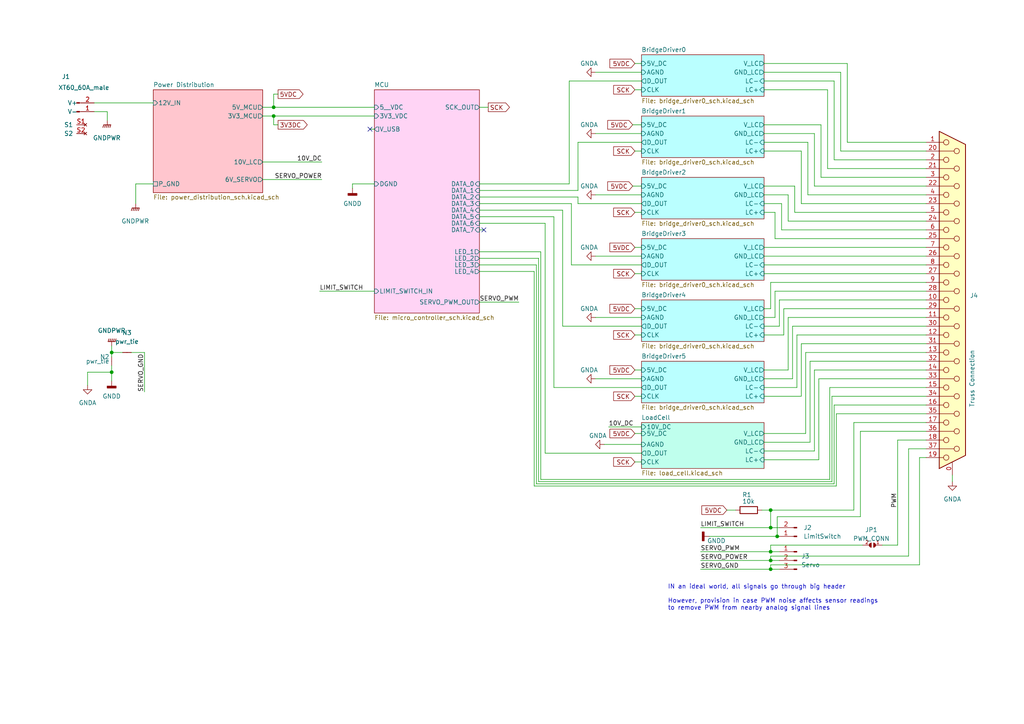
<source format=kicad_sch>
(kicad_sch (version 20211123) (generator eeschema)
  (paper "A4")
  (lib_symbols
    (symbol "000_Connectors_Immo:2pin_molex_2.54mm_male" (pin_names (offset 1.016) hide)
      (property "Reference" "J" (at 0 2.54 0))
      (property "Value" "2pin_molex_2.54mm_male" (at 0 -5.08 0))
      (symbol "2pin_molex_2.54mm_male_1_1"
        (polyline (pts (xy 1.27 -2.54) (xy 0.8636 -2.54)) (stroke (width 0.1524)))
        (polyline (pts (xy 1.27 0) (xy 0.8636 0)) (stroke (width 0.1524)))
        (rectangle (start 0.8636 -2.413) (end 0 -2.667) (stroke (width 0.1524)) (fill (type outline)))
        (rectangle (start 0.8636 0.127) (end 0 -0.127) (stroke (width 0.1524)) (fill (type outline)))
        (pin passive line (at 5.08 0 180) (length 3.81) (name "Pin_1") (number "1"))
        (pin passive line (at 5.08 -2.54 180) (length 3.81) (name "Pin_2") (number "2"))
      )
    )
    (symbol "000_Connectors_Immo:Jumper_2_Open_small" (pin_names (offset 0) hide)
      (property "Reference" "JP" (at 0 2.794 0))
      (property "Value" "Jumper_2_Open_small" (at 0 -3.175 0))
      (symbol "Jumper_2_Open_small_0_1"
        (arc (start -0.635 0.635) (mid -1.2659 0.0056) (end -0.6463 -0.635) (fill (type outline)))
        (polyline (pts (xy -0.635 0.635) (xy -0.635 -0.635)))
        (polyline (pts (xy 0 0.635) (xy 0 -0.635)))
        (arc (start 0.0042 -0.6351) (mid 0.6351 -0.0057) (end 0.0155 0.6349) (fill (type outline)))
      )
      (symbol "Jumper_2_Open_small_1_1"
        (pin passive line (at -3.175 0 0) (length 2.54) (name "A") (number "1"))
        (pin passive line (at 2.54 0 180) (length 2.54) (name "B") (number "2"))
      )
    )
    (symbol "000_Connectors_Immo:XT60_60A_male" (pin_names (offset 1.016))
      (property "Reference" "J?" (at -0.635 6.985 0))
      (property "Value" "XT60_60A_male" (at 10.795 3.81 0))
      (symbol "XT60_60A_male_1_1"
        (rectangle (start 0 -1.778) (end 0.8636 -2.032) (stroke (width 0.1524)) (fill (type outline)))
        (polyline (pts (xy 1.27 -1.905) (xy 0.8636 -1.905)) (stroke (width 0.1524)))
        (polyline (pts (xy 1.27 0.635) (xy 0.8636 0.635)) (stroke (width 0.1524)))
        (rectangle (start 0 0.762) (end 0.8636 0.508) (stroke (width 0.1524)) (fill (type outline)))
        (pin passive line (at 5.08 -1.905 180) (length 3.81) (name "V-") (number "1"))
        (pin passive line (at 5.08 0.635 180) (length 3.81) (name "V+") (number "2"))
        (pin no_connect line (at 2.54 -5.715 180) (length 2.54) (name "S1") (number "S1"))
        (pin no_connect line (at 2.54 -8.255 180) (length 2.54) (name "S2") (number "S2"))
      )
    )
    (symbol "000_Resistors_Immo:Resistor_0805" (pin_numbers hide) (pin_names (offset 0))
      (property "Reference" "R?" (at -2.54 3.81 0))
      (property "Value" "Resistor_0805" (at -5.08 2.54 0))
      (symbol "Resistor_0805_0_1"
        (rectangle (start 2.54 -1.016) (end -2.54 1.016) (stroke (width 0.254)))
      )
      (symbol "Resistor_0805_1_1"
        (pin passive line (at -3.81 0 0) (length 1.27) (name "~") (number "1"))
        (pin passive line (at 3.81 0 180) (length 1.27) (name "~") (number "2"))
      )
    )
    (symbol "000_Utility_Immo:pwr_tie" (pin_numbers hide) (pin_names (offset 0) hide) (in_bom no)
      (property "Reference" "N" (at 0 5.08 0))
      (property "Value" "pwr_tie" (at 0 2.794 0))
      (symbol "pwr_tie_1_1"
        (pin passive line (at -1.27 0 0) (length 1.27) (name "A") (number "1"))
        (pin passive line (at 1.27 0 180) (length 1.27) (name "C") (number "2"))
      )
    )
    (symbol "Connector:Conn_01x03_Male" (pin_names (offset 1.016) hide)
      (property "Reference" "J" (at 0 5.08 0))
      (property "Value" "Conn_01x03_Male" (at 2.54 -4.191 0))
      (symbol "Conn_01x03_Male_1_1"
        (polyline (pts (xy 1.27 -2.54) (xy 0.8636 -2.54)) (stroke (width 0.1524)))
        (polyline (pts (xy 1.27 0) (xy 0.8636 0)) (stroke (width 0.1524)))
        (polyline (pts (xy 1.27 2.54) (xy 0.8636 2.54)) (stroke (width 0.1524)))
        (rectangle (start 0.8636 -2.413) (end 0 -2.667) (stroke (width 0.1524)) (fill (type outline)))
        (rectangle (start 0.8636 0.127) (end 0 -0.127) (stroke (width 0.1524)) (fill (type outline)))
        (rectangle (start 0.8636 2.667) (end 0 2.413) (stroke (width 0.1524)) (fill (type outline)))
        (pin passive line (at 5.08 2.54 180) (length 3.81) (name "Pin_1") (number "1"))
        (pin passive line (at 5.08 0 180) (length 3.81) (name "Pin_2") (number "2"))
        (pin passive line (at 5.08 -2.54 180) (length 3.81) (name "Pin_3") (number "3"))
      )
    )
    (symbol "Connector:DB37_Female_MountingHoles" (pin_names (offset 1.016) hide)
      (property "Reference" "J" (at 0 52.07 0))
      (property "Value" "DB37_Female_MountingHoles" (at 0 50.165 0))
      (symbol "DB37_Female_MountingHoles_0_1"
        (circle (center -1.778 -45.72) (radius 0.762))
        (circle (center -1.778 -40.64) (radius 0.762))
        (circle (center -1.778 -35.56) (radius 0.762))
        (circle (center -1.778 -30.48) (radius 0.762))
        (circle (center -1.778 -25.4) (radius 0.762))
        (circle (center -1.778 -20.32) (radius 0.762))
        (circle (center -1.778 -15.24) (radius 0.762))
        (circle (center -1.778 -10.16) (radius 0.762))
        (circle (center -1.778 -5.08) (radius 0.762))
        (circle (center -1.778 0) (radius 0.762))
        (circle (center -1.778 5.08) (radius 0.762))
        (circle (center -1.778 10.16) (radius 0.762))
        (circle (center -1.778 15.24) (radius 0.762))
        (circle (center -1.778 20.32) (radius 0.762))
        (circle (center -1.778 25.4) (radius 0.762))
        (circle (center -1.778 30.48) (radius 0.762))
        (circle (center -1.778 35.56) (radius 0.762))
        (circle (center -1.778 40.64) (radius 0.762))
        (circle (center -1.778 45.72) (radius 0.762))
        (polyline (pts (xy -3.81 -45.72) (xy -2.54 -45.72)))
        (polyline (pts (xy -3.81 -43.18) (xy 0.508 -43.18)))
        (polyline (pts (xy -3.81 -40.64) (xy -2.54 -40.64)))
        (polyline (pts (xy -3.81 -38.1) (xy 0.508 -38.1)))
        (polyline (pts (xy -3.81 -35.56) (xy -2.54 -35.56)))
        (polyline (pts (xy -3.81 -33.02) (xy 0.508 -33.02)))
        (polyline (pts (xy -3.81 -30.48) (xy -2.54 -30.48)))
        (polyline (pts (xy -3.81 -27.94) (xy 0.508 -27.94)))
        (polyline (pts (xy -3.81 -25.4) (xy -2.54 -25.4)))
        (polyline (pts (xy -3.81 -22.86) (xy 0.508 -22.86)))
        (polyline (pts (xy -3.81 -20.32) (xy -2.54 -20.32)))
        (polyline (pts (xy -3.81 -17.78) (xy 0.508 -17.78)))
        (polyline (pts (xy -3.81 -15.24) (xy -2.54 -15.24)))
        (polyline (pts (xy -3.81 -12.7) (xy 0.508 -12.7)))
        (polyline (pts (xy -3.81 -10.16) (xy -2.54 -10.16)))
        (polyline (pts (xy -3.81 -7.62) (xy 0.508 -7.62)))
        (polyline (pts (xy -3.81 -5.08) (xy -2.54 -5.08)))
        (polyline (pts (xy -3.81 -2.54) (xy 0.508 -2.54)))
        (polyline (pts (xy -3.81 0) (xy -2.54 0)))
        (polyline (pts (xy -3.81 2.54) (xy 0.508 2.54)))
        (polyline (pts (xy -3.81 5.08) (xy -2.54 5.08)))
        (polyline (pts (xy -3.81 7.62) (xy 0.508 7.62)))
        (polyline (pts (xy -3.81 10.16) (xy -2.54 10.16)))
        (polyline (pts (xy -3.81 12.7) (xy 0.508 12.7)))
        (polyline (pts (xy -3.81 15.24) (xy -2.54 15.24)))
        (polyline (pts (xy -3.81 17.78) (xy 0.508 17.78)))
        (polyline (pts (xy -3.81 20.32) (xy -2.54 20.32)))
        (polyline (pts (xy -3.81 22.86) (xy 0.508 22.86)))
        (polyline (pts (xy -3.81 25.4) (xy -2.54 25.4)))
        (polyline (pts (xy -3.81 27.94) (xy 0.508 27.94)))
        (polyline (pts (xy -3.81 30.48) (xy -2.54 30.48)))
        (polyline (pts (xy -3.81 33.02) (xy 0.508 33.02)))
        (polyline (pts (xy -3.81 35.56) (xy -2.54 35.56)))
        (polyline (pts (xy -3.81 38.1) (xy 0.508 38.1)))
        (polyline (pts (xy -3.81 40.64) (xy -2.54 40.64)))
        (polyline (pts (xy -3.81 43.18) (xy 0.508 43.18)))
        (polyline (pts (xy -3.81 45.72) (xy -2.54 45.72)))
        (polyline (pts (xy -3.81 -48.895) (xy 3.81 -45.085) (xy 3.81 45.085) (xy -3.81 48.895) (xy -3.81 -48.895)) (stroke (width 0.254)) (fill (type background)))
        (circle (center 1.27 -43.18) (radius 0.762))
        (circle (center 1.27 -38.1) (radius 0.762))
        (circle (center 1.27 -33.02) (radius 0.762))
        (circle (center 1.27 -27.94) (radius 0.762))
        (circle (center 1.27 -22.86) (radius 0.762))
        (circle (center 1.27 -17.78) (radius 0.762))
        (circle (center 1.27 -12.7) (radius 0.762))
        (circle (center 1.27 -7.62) (radius 0.762))
        (circle (center 1.27 -2.54) (radius 0.762))
        (circle (center 1.27 2.54) (radius 0.762))
        (circle (center 1.27 7.62) (radius 0.762))
        (circle (center 1.27 12.7) (radius 0.762))
        (circle (center 1.27 17.78) (radius 0.762))
        (circle (center 1.27 22.86) (radius 0.762))
        (circle (center 1.27 27.94) (radius 0.762))
        (circle (center 1.27 33.02) (radius 0.762))
        (circle (center 1.27 38.1) (radius 0.762))
        (circle (center 1.27 43.18) (radius 0.762))
      )
      (symbol "DB37_Female_MountingHoles_1_1"
        (pin passive line (at 0 -50.8 90) (length 3.81) (name "PAD") (number "0"))
        (pin passive line (at -7.62 45.72 0) (length 3.81) (name "1") (number "1"))
        (pin passive line (at -7.62 0 0) (length 3.81) (name "10") (number "10"))
        (pin passive line (at -7.62 -5.08 0) (length 3.81) (name "11") (number "11"))
        (pin passive line (at -7.62 -10.16 0) (length 3.81) (name "12") (number "12"))
        (pin passive line (at -7.62 -15.24 0) (length 3.81) (name "13") (number "13"))
        (pin passive line (at -7.62 -20.32 0) (length 3.81) (name "14") (number "14"))
        (pin passive line (at -7.62 -25.4 0) (length 3.81) (name "15") (number "15"))
        (pin passive line (at -7.62 -30.48 0) (length 3.81) (name "16") (number "16"))
        (pin passive line (at -7.62 -35.56 0) (length 3.81) (name "17") (number "17"))
        (pin passive line (at -7.62 -40.64 0) (length 3.81) (name "18") (number "18"))
        (pin passive line (at -7.62 -45.72 0) (length 3.81) (name "19") (number "19"))
        (pin passive line (at -7.62 40.64 0) (length 3.81) (name "2") (number "2"))
        (pin passive line (at -7.62 43.18 0) (length 3.81) (name "20") (number "20"))
        (pin passive line (at -7.62 38.1 0) (length 3.81) (name "21") (number "21"))
        (pin passive line (at -7.62 33.02 0) (length 3.81) (name "22") (number "22"))
        (pin passive line (at -7.62 27.94 0) (length 3.81) (name "23") (number "23"))
        (pin passive line (at -7.62 22.86 0) (length 3.81) (name "24") (number "24"))
        (pin passive line (at -7.62 17.78 0) (length 3.81) (name "25") (number "25"))
        (pin passive line (at -7.62 12.7 0) (length 3.81) (name "26") (number "26"))
        (pin passive line (at -7.62 7.62 0) (length 3.81) (name "27") (number "27"))
        (pin passive line (at -7.62 2.54 0) (length 3.81) (name "28") (number "28"))
        (pin passive line (at -7.62 -2.54 0) (length 3.81) (name "29") (number "29"))
        (pin passive line (at -7.62 35.56 0) (length 3.81) (name "3") (number "3"))
        (pin passive line (at -7.62 -7.62 0) (length 3.81) (name "30") (number "30"))
        (pin passive line (at -7.62 -12.7 0) (length 3.81) (name "31") (number "31"))
        (pin passive line (at -7.62 -17.78 0) (length 3.81) (name "32") (number "32"))
        (pin passive line (at -7.62 -22.86 0) (length 3.81) (name "33") (number "33"))
        (pin passive line (at -7.62 -27.94 0) (length 3.81) (name "34") (number "34"))
        (pin passive line (at -7.62 -33.02 0) (length 3.81) (name "35") (number "35"))
        (pin passive line (at -7.62 -38.1 0) (length 3.81) (name "36") (number "36"))
        (pin passive line (at -7.62 -43.18 0) (length 3.81) (name "37") (number "37"))
        (pin passive line (at -7.62 30.48 0) (length 3.81) (name "4") (number "4"))
        (pin passive line (at -7.62 25.4 0) (length 3.81) (name "5") (number "5"))
        (pin passive line (at -7.62 20.32 0) (length 3.81) (name "6") (number "6"))
        (pin passive line (at -7.62 15.24 0) (length 3.81) (name "7") (number "7"))
        (pin passive line (at -7.62 10.16 0) (length 3.81) (name "8") (number "8"))
        (pin passive line (at -7.62 5.08 0) (length 3.81) (name "9") (number "9"))
      )
    )
    (symbol "power:GNDA" (power) (pin_names (offset 0))
      (property "Value" "GNDA" (at 0 -3.81 0))
      (symbol "GNDA_0_1"
        (polyline (pts (xy 0 0) (xy 0 -1.27) (xy 1.27 -1.27) (xy 0 -2.54) (xy -1.27 -1.27) (xy 0 -1.27)))
      )
      (symbol "GNDA_1_1"
        (pin power_in line (at 0 0 270) (length 0) hide (name "GNDA") (number "1"))
      )
    )
    (symbol "power:GNDD" (power) (pin_names (offset 0))
      (property "Value" "GNDD" (at 0 -3.175 0))
      (symbol "GNDD_0_1"
        (rectangle (start -1.27 -1.524) (end 1.27 -2.032) (stroke (width 0.254)) (fill (type outline)))
        (polyline (pts (xy 0 0) (xy 0 -1.524)))
      )
      (symbol "GNDD_1_1"
        (pin power_in line (at 0 0 270) (length 0) hide (name "GNDD") (number "1"))
      )
    )
    (symbol "power:GNDPWR" (power) (pin_names (offset 0))
      (property "Value" "GNDPWR" (at 0 -3.302 0))
      (symbol "GNDPWR_0_1"
        (polyline (pts (xy 0 -1.27) (xy 0 0)))
        (polyline (pts (xy -1.016 -1.27) (xy -1.27 -2.032) (xy -1.27 -2.032)) (stroke (width 0.2032)))
        (polyline (pts (xy -0.508 -1.27) (xy -0.762 -2.032) (xy -0.762 -2.032)) (stroke (width 0.2032)))
        (polyline (pts (xy 0 -1.27) (xy -0.254 -2.032) (xy -0.254 -2.032)) (stroke (width 0.2032)))
        (polyline (pts (xy 0.508 -1.27) (xy 0.254 -2.032) (xy 0.254 -2.032)) (stroke (width 0.2032)))
        (polyline (pts (xy 1.016 -1.27) (xy -1.016 -1.27) (xy -1.016 -1.27)) (stroke (width 0.2032)))
        (polyline (pts (xy 1.016 -1.27) (xy 0.762 -2.032) (xy 0.762 -2.032) (xy 0.762 -2.032)) (stroke (width 0.2032)))
      )
      (symbol "GNDPWR_1_1"
        (pin power_in line (at 0 0 270) (length 0) hide (name "GNDPWR") (number "1"))
      )
    )
  )
  (junction (at 223.52 153.035))
  (junction (at 32.385 107.95))
  (junction (at 223.52 165.1))
  (junction (at 79.375 33.655))
  (junction (at 223.52 147.955))
  (junction (at 79.375 31.115))
  (junction (at 32.385 102.235))
  (junction (at 225.425 155.575))
  (junction (at 223.52 160.02))
  (junction (at 223.52 162.56))
  (no_connect (at 140.335 66.675))
  (no_connect (at 107.315 37.465))
  (wire (pts (xy 221.615 89.535) (xy 223.52 89.535)))
  (wire (pts (xy 225.425 155.575) (xy 226.06 155.575)))
  (wire (pts (xy 102.235 54.61) (xy 102.235 53.34)))
  (wire (pts (xy 158.115 131.445) (xy 158.115 64.77)))
  (wire (pts (xy 221.615 76.835) (xy 268.605 76.835)))
  (wire (pts (xy 184.15 18.415) (xy 186.055 18.415)))
  (wire (pts (xy 80.645 27.305) (xy 79.375 27.305)))
  (wire (pts (xy 221.615 79.375) (xy 268.605 79.375)))
  (wire (pts (xy 203.2 153.035) (xy 223.52 153.035)))
  (wire (pts (xy 238.125 36.195) (xy 238.125 51.435)))
  (wire (pts (xy 232.41 59.055) (xy 268.605 59.055)))
  (wire (pts (xy 247.65 122.555) (xy 268.605 122.555)))
  (wire (pts (xy 234.95 128.27) (xy 234.95 104.775)))
  (wire (pts (xy 221.615 112.395) (xy 231.14 112.395)))
  (wire (pts (xy 31.115 32.385) (xy 27.305 32.385)))
  (wire (pts (xy 241.3 114.935) (xy 268.605 114.935)))
  (wire (pts (xy 155.575 140.335) (xy 241.935 140.335)))
  (wire (pts (xy 139.065 78.74) (xy 154.94 78.74)))
  (wire (pts (xy 223.52 153.035) (xy 226.06 153.035)))
  (wire (pts (xy 221.615 36.195) (xy 238.125 36.195)))
  (wire (pts (xy 229.87 94.615) (xy 268.605 94.615)))
  (wire (pts (xy 27.305 29.845) (xy 44.45 29.845)))
  (wire (pts (xy 224.79 69.215) (xy 268.605 69.215)))
  (wire (pts (xy 241.3 139.7) (xy 241.3 114.935)))
  (wire (pts (xy 184.15 125.73) (xy 186.055 125.73)))
  (wire (pts (xy 223.52 162.56) (xy 226.06 162.56)))
  (wire (pts (xy 276.225 137.795) (xy 276.225 139.7)))
  (wire (pts (xy 172.72 56.515) (xy 186.055 56.515)))
  (wire (pts (xy 231.14 97.155) (xy 268.605 97.155)))
  (wire (pts (xy 184.15 107.315) (xy 186.055 107.315)))
  (wire (pts (xy 243.84 43.815) (xy 268.605 43.815)))
  (wire (pts (xy 249.555 149.86) (xy 249.555 125.095)))
  (wire (pts (xy 241.935 46.355) (xy 268.605 46.355)))
  (wire (pts (xy 184.15 97.155) (xy 186.055 97.155)))
  (wire (pts (xy 221.615 97.155) (xy 227.33 97.155)))
  (wire (pts (xy 221.615 128.27) (xy 234.95 128.27)))
  (wire (pts (xy 223.52 160.02) (xy 226.06 160.02)))
  (wire (pts (xy 221.615 109.855) (xy 229.87 109.855)))
  (wire (pts (xy 184.15 89.535) (xy 186.055 89.535)))
  (wire (pts (xy 203.2 165.1) (xy 223.52 165.1)))
  (wire (pts (xy 139.065 55.245) (xy 167.64 55.245)))
  (wire (pts (xy 238.125 51.435) (xy 268.605 51.435)))
  (wire (pts (xy 221.615 38.735) (xy 236.22 38.735)))
  (wire (pts (xy 184.15 26.035) (xy 186.055 26.035)))
  (wire (pts (xy 76.2 52.07) (xy 93.345 52.07)))
  (wire (pts (xy 156.845 73.025) (xy 156.845 139.065)))
  (wire (pts (xy 25.4 107.95) (xy 32.385 107.95)))
  (wire (pts (xy 160.655 112.395) (xy 160.655 62.865)))
  (wire (pts (xy 236.22 130.81) (xy 236.22 107.315)))
  (wire (pts (xy 221.615 130.81) (xy 236.22 130.81)))
  (wire (pts (xy 231.14 112.395) (xy 231.14 97.155)))
  (wire (pts (xy 80.645 36.195) (xy 79.375 36.195)))
  (wire (pts (xy 221.615 26.035) (xy 240.03 26.035)))
  (wire (pts (xy 226.695 66.675) (xy 268.605 66.675)))
  (wire (pts (xy 32.385 102.235) (xy 32.385 100.33)))
  (wire (pts (xy 245.745 18.415) (xy 245.745 41.275)))
  (wire (pts (xy 165.1 23.495) (xy 186.055 23.495)))
  (wire (pts (xy 184.15 43.815) (xy 186.055 43.815)))
  (wire (pts (xy 221.615 133.35) (xy 237.49 133.35)))
  (wire (pts (xy 39.37 53.34) (xy 44.45 53.34)))
  (wire (pts (xy 184.15 79.375) (xy 186.055 79.375)))
  (wire (pts (xy 225.425 149.86) (xy 249.555 149.86)))
  (wire (pts (xy 35.56 102.235) (xy 32.385 102.235)))
  (wire (pts (xy 221.615 61.595) (xy 224.79 61.595)))
  (wire (pts (xy 41.91 113.665) (xy 41.91 102.235)))
  (wire (pts (xy 176.53 123.825) (xy 186.055 123.825)))
  (wire (pts (xy 268.605 127.635) (xy 260.35 127.635)))
  (wire (pts (xy 76.2 46.99) (xy 93.345 46.99)))
  (wire (pts (xy 32.385 106.045) (xy 32.385 107.95)))
  (wire (pts (xy 107.315 37.465) (xy 108.585 37.465)))
  (wire (pts (xy 227.33 89.535) (xy 268.605 89.535)))
  (wire (pts (xy 76.2 31.115) (xy 79.375 31.115)))
  (wire (pts (xy 221.615 20.955) (xy 243.84 20.955)))
  (wire (pts (xy 139.065 53.34) (xy 165.1 53.34)))
  (wire (pts (xy 32.385 102.235) (xy 32.385 103.505)))
  (wire (pts (xy 184.15 114.935) (xy 186.055 114.935)))
  (wire (pts (xy 76.2 33.655) (xy 79.375 33.655)))
  (wire (pts (xy 225.425 155.575) (xy 225.425 149.86)))
  (wire (pts (xy 172.72 74.295) (xy 186.055 74.295)))
  (wire (pts (xy 221.615 94.615) (xy 226.06 94.615)))
  (wire (pts (xy 241.935 117.475) (xy 268.605 117.475)))
  (wire (pts (xy 223.52 161.29) (xy 263.525 161.29)))
  (wire (pts (xy 266.7 132.715) (xy 268.605 132.715)))
  (wire (pts (xy 203.2 160.02) (xy 223.52 160.02)))
  (wire (pts (xy 237.49 133.35) (xy 237.49 109.855)))
  (wire (pts (xy 263.525 130.175) (xy 268.605 130.175)))
  (wire (pts (xy 241.935 140.335) (xy 241.935 117.475)))
  (wire (pts (xy 139.065 31.115) (xy 141.605 31.115)))
  (wire (pts (xy 221.615 125.73) (xy 233.68 125.73)))
  (wire (pts (xy 139.065 74.93) (xy 156.21 74.93)))
  (wire (pts (xy 234.95 104.775) (xy 268.605 104.775)))
  (wire (pts (xy 165.735 59.055) (xy 165.735 76.835)))
  (wire (pts (xy 139.065 62.865) (xy 160.655 62.865)))
  (wire (pts (xy 228.6 64.135) (xy 268.605 64.135)))
  (wire (pts (xy 32.385 107.95) (xy 32.385 110.49)))
  (wire (pts (xy 220.98 147.955) (xy 223.52 147.955)))
  (wire (pts (xy 240.03 48.895) (xy 268.605 48.895)))
  (wire (pts (xy 102.235 53.34) (xy 108.585 53.34)))
  (wire (pts (xy 223.52 162.56) (xy 223.52 161.29)))
  (wire (pts (xy 139.065 73.025) (xy 156.845 73.025)))
  (wire (pts (xy 79.375 31.115) (xy 108.585 31.115)))
  (wire (pts (xy 184.15 71.755) (xy 186.055 71.755)))
  (wire (pts (xy 240.665 112.395) (xy 268.605 112.395)))
  (wire (pts (xy 221.615 53.975) (xy 230.505 53.975)))
  (wire (pts (xy 139.065 60.96) (xy 163.195 60.96)))
  (wire (pts (xy 228.6 56.515) (xy 228.6 64.135)))
  (wire (pts (xy 221.615 107.315) (xy 228.6 107.315)))
  (wire (pts (xy 232.41 114.935) (xy 232.41 99.695)))
  (wire (pts (xy 223.52 147.955) (xy 223.52 153.035)))
  (wire (pts (xy 165.1 53.34) (xy 165.1 23.495)))
  (wire (pts (xy 224.79 84.455) (xy 268.605 84.455)))
  (wire (pts (xy 236.22 53.975) (xy 268.605 53.975)))
  (wire (pts (xy 230.505 53.975) (xy 230.505 61.595)))
  (wire (pts (xy 242.57 120.015) (xy 268.605 120.015)))
  (wire (pts (xy 163.195 60.96) (xy 163.195 94.615)))
  (wire (pts (xy 221.615 71.755) (xy 268.605 71.755)))
  (wire (pts (xy 139.065 76.835) (xy 155.575 76.835)))
  (wire (pts (xy 223.52 158.115) (xy 223.52 160.02)))
  (wire (pts (xy 226.06 165.1) (xy 223.52 165.1)))
  (wire (pts (xy 41.91 102.235) (xy 38.1 102.235)))
  (wire (pts (xy 226.06 86.995) (xy 268.605 86.995)))
  (wire (pts (xy 154.94 140.97) (xy 242.57 140.97)))
  (wire (pts (xy 167.64 55.245) (xy 167.64 41.275)))
  (wire (pts (xy 210.82 147.955) (xy 213.36 147.955)))
  (wire (pts (xy 242.57 140.97) (xy 242.57 120.015)))
  (wire (pts (xy 186.055 112.395) (xy 160.655 112.395)))
  (wire (pts (xy 247.65 147.955) (xy 247.65 122.555)))
  (wire (pts (xy 154.94 78.74) (xy 154.94 140.97)))
  (wire (pts (xy 156.21 139.7) (xy 241.3 139.7)))
  (wire (pts (xy 260.35 127.635) (xy 260.35 158.115)))
  (wire (pts (xy 232.41 43.815) (xy 232.41 59.055)))
  (wire (pts (xy 237.49 109.855) (xy 268.605 109.855)))
  (wire (pts (xy 140.335 66.675) (xy 139.065 66.675)))
  (wire (pts (xy 175.26 128.905) (xy 186.055 128.905)))
  (wire (pts (xy 221.615 74.295) (xy 268.605 74.295)))
  (wire (pts (xy 232.41 99.695) (xy 268.605 99.695)))
  (wire (pts (xy 186.055 131.445) (xy 158.115 131.445)))
  (wire (pts (xy 39.37 53.34) (xy 39.37 59.055)))
  (wire (pts (xy 223.52 147.955) (xy 247.65 147.955)))
  (wire (pts (xy 226.695 59.055) (xy 226.695 66.675)))
  (wire (pts (xy 224.79 92.075) (xy 224.79 84.455)))
  (wire (pts (xy 236.22 107.315) (xy 268.605 107.315)))
  (wire (pts (xy 167.64 57.15) (xy 167.64 59.055)))
  (wire (pts (xy 184.15 133.985) (xy 186.055 133.985)))
  (wire (pts (xy 223.52 163.83) (xy 266.7 163.83)))
  (wire (pts (xy 227.33 97.155) (xy 227.33 89.535)))
  (wire (pts (xy 236.22 38.735) (xy 236.22 53.975)))
  (wire (pts (xy 221.615 41.275) (xy 234.315 41.275)))
  (wire (pts (xy 260.35 158.115) (xy 255.905 158.115)))
  (wire (pts (xy 223.52 165.1) (xy 223.52 163.83)))
  (wire (pts (xy 139.065 57.15) (xy 167.64 57.15)))
  (wire (pts (xy 224.79 61.595) (xy 224.79 69.215)))
  (wire (pts (xy 183.515 53.975) (xy 186.055 53.975)))
  (wire (pts (xy 263.525 161.29) (xy 263.525 130.175)))
  (wire (pts (xy 228.6 107.315) (xy 228.6 92.075)))
  (wire (pts (xy 172.72 38.735) (xy 186.055 38.735)))
  (wire (pts (xy 221.615 23.495) (xy 241.935 23.495)))
  (wire (pts (xy 203.2 162.56) (xy 223.52 162.56)))
  (wire (pts (xy 221.615 92.075) (xy 224.79 92.075)))
  (wire (pts (xy 139.065 59.055) (xy 165.735 59.055)))
  (wire (pts (xy 223.52 89.535) (xy 223.52 81.915)))
  (wire (pts (xy 221.615 114.935) (xy 232.41 114.935)))
  (wire (pts (xy 230.505 61.595) (xy 268.605 61.595)))
  (wire (pts (xy 172.72 109.855) (xy 186.055 109.855)))
  (wire (pts (xy 221.615 18.415) (xy 245.745 18.415)))
  (wire (pts (xy 31.115 34.925) (xy 31.115 32.385)))
  (wire (pts (xy 205.74 155.575) (xy 225.425 155.575)))
  (wire (pts (xy 221.615 43.815) (xy 232.41 43.815)))
  (wire (pts (xy 184.15 61.595) (xy 186.055 61.595)))
  (wire (pts (xy 172.72 20.955) (xy 186.055 20.955)))
  (wire (pts (xy 234.315 56.515) (xy 268.605 56.515)))
  (wire (pts (xy 223.52 81.915) (xy 268.605 81.915)))
  (wire (pts (xy 139.065 87.63) (xy 150.495 87.63)))
  (wire (pts (xy 172.72 92.075) (xy 186.055 92.075)))
  (wire (pts (xy 92.71 84.455) (xy 108.585 84.455)))
  (wire (pts (xy 243.84 20.955) (xy 243.84 43.815)))
  (wire (pts (xy 234.315 41.275) (xy 234.315 56.515)))
  (wire (pts (xy 245.745 41.275) (xy 268.605 41.275)))
  (wire (pts (xy 249.555 125.095) (xy 268.605 125.095)))
  (wire (pts (xy 226.06 94.615) (xy 226.06 86.995)))
  (wire (pts (xy 233.68 125.73) (xy 233.68 102.235)))
  (wire (pts (xy 266.7 163.83) (xy 266.7 132.715)))
  (wire (pts (xy 241.935 23.495) (xy 241.935 46.355)))
  (wire (pts (xy 221.615 56.515) (xy 228.6 56.515)))
  (wire (pts (xy 167.64 59.055) (xy 186.055 59.055)))
  (wire (pts (xy 240.03 26.035) (xy 240.03 48.895)))
  (wire (pts (xy 250.19 158.115) (xy 223.52 158.115)))
  (wire (pts (xy 139.065 64.77) (xy 158.115 64.77)))
  (wire (pts (xy 25.4 111.76) (xy 25.4 107.95)))
  (wire (pts (xy 79.375 27.305) (xy 79.375 31.115)))
  (wire (pts (xy 233.68 102.235) (xy 268.605 102.235)))
  (wire (pts (xy 156.845 139.065) (xy 240.665 139.065)))
  (wire (pts (xy 79.375 36.195) (xy 79.375 33.655)))
  (wire (pts (xy 240.665 139.065) (xy 240.665 112.395)))
  (wire (pts (xy 163.195 94.615) (xy 186.055 94.615)))
  (wire (pts (xy 167.64 41.275) (xy 186.055 41.275)))
  (wire (pts (xy 156.21 74.93) (xy 156.21 139.7)))
  (wire (pts (xy 228.6 92.075) (xy 268.605 92.075)))
  (wire (pts (xy 229.87 109.855) (xy 229.87 94.615)))
  (wire (pts (xy 79.375 33.655) (xy 108.585 33.655)))
  (wire (pts (xy 165.735 76.835) (xy 186.055 76.835)))
  (wire (pts (xy 221.615 59.055) (xy 226.695 59.055)))
  (wire (pts (xy 183.515 36.195) (xy 186.055 36.195)))
  (wire (pts (xy 155.575 76.835) (xy 155.575 140.335)))
  (text "IN an ideal world, all signals go through big header\n\nHowever, provision in case PWM noise affects sensor readings\nto remove PWM from nearby analog signal lines" (at 193.675 177.165 0) (effects (font (size 1.27 1.27)) (justify left bottom)))
  (label "LIMIT_SWITCH" (at 203.2 153.035 0))
  (label "SERVO_PWM" (at 150.495 87.63 180))
  (label "LIMIT_SWITCH" (at 92.71 84.455 0))
  (label "SERVO_PWM" (at 203.2 160.02 0))
  (label "SERVO_POWER" (at 93.345 52.07 180))
  (label "SERVO_GND" (at 203.2 165.1 0))
  (label "10V_DC" (at 93.345 46.99 180))
  (label "10V_DC" (at 176.53 123.825 0))
  (label "SERVO_POWER" (at 203.2 162.56 0))
  (label "SERVO_GND" (at 41.91 113.665 90))
  (label "PWM" (at 260.35 147.32 90))
  (global_label "SCK" (shape input) (at 184.15 97.155 180) (property "Intersheet References" "${INTERSHEET_REFS}" (effects hide)))
  (global_label "5VDC" (shape input) (at 184.15 18.415 180) (property "Intersheet References" "${INTERSHEET_REFS}" (effects hide)))
  (global_label "SCK" (shape output) (at 141.605 31.115 0) (property "Intersheet References" "${INTERSHEET_REFS}" (effects hide)))
  (global_label "5VDC" (shape input) (at 183.515 53.975 180) (property "Intersheet References" "${INTERSHEET_REFS}" (effects hide)))
  (global_label "5VDC" (shape input) (at 210.82 147.955 180) (property "Intersheet References" "${INTERSHEET_REFS}" (effects hide)))
  (global_label "SCK" (shape input) (at 184.15 114.935 180) (property "Intersheet References" "${INTERSHEET_REFS}" (effects hide)))
  (global_label "5VDC" (shape input) (at 184.15 125.73 180) (property "Intersheet References" "${INTERSHEET_REFS}" (effects hide)))
  (global_label "5VDC" (shape input) (at 183.515 36.195 180) (property "Intersheet References" "${INTERSHEET_REFS}" (effects hide)))
  (global_label "SCK" (shape input) (at 184.15 133.985 180) (property "Intersheet References" "${INTERSHEET_REFS}" (effects hide)))
  (global_label "SCK" (shape input) (at 184.15 26.035 180) (property "Intersheet References" "${INTERSHEET_REFS}" (effects hide)))
  (global_label "SCK" (shape input) (at 184.15 79.375 180) (property "Intersheet References" "${INTERSHEET_REFS}" (effects hide)))
  (global_label "5VDC" (shape input) (at 184.15 89.535 180) (property "Intersheet References" "${INTERSHEET_REFS}" (effects hide)))
  (global_label "5VDC" (shape input) (at 184.15 107.315 180) (property "Intersheet References" "${INTERSHEET_REFS}" (effects hide)))
  (global_label "SCK" (shape input) (at 184.15 61.595 180) (property "Intersheet References" "${INTERSHEET_REFS}" (effects hide)))
  (global_label "SCK" (shape input) (at 184.15 43.815 180) (property "Intersheet References" "${INTERSHEET_REFS}" (effects hide)))
  (global_label "5VDC" (shape output) (at 80.645 27.305 0) (property "Intersheet References" "${INTERSHEET_REFS}" (effects hide)))
  (global_label "3V3DC" (shape output) (at 80.645 36.195 0) (property "Intersheet References" "${INTERSHEET_REFS}" (effects hide)))
  (global_label "5VDC" (shape input) (at 184.15 71.755 180) (property "Intersheet References" "${INTERSHEET_REFS}" (effects hide)))
  (symbol (lib_id "power:GNDA") (at 172.72 92.075 270) (unit 1)
    (property "Reference" "#PWR011" (effects hide))
    (property "Value" "GNDA" (at 168.275 89.535 90) (effects (justify left)))
  )
  (symbol (lib_id "Connector:Conn_01x03_Male") (at 231.14 162.56 0) (mirror y) (unit 1)
    (property "Reference" "J3" (at 232.41 161.2899 0) (effects (justify right)))
    (property "Value" "Servo" (at 232.41 163.8299 0) (effects (justify right)))
    (property "Footprint" "Connector_PinHeader_2.54mm:PinHeader_1x03_P2.54mm_Vertical" (effects hide))
  )
  (symbol (lib_id "Connector:DB37_Female_MountingHoles") (at 276.225 86.995 0) (unit 1)
    (property "Reference" "J4" (at 281.305 85.7249 0) (effects (justify left)))
    (property "Value" "Truss Connection" (at 281.94 118.11 90) (effects (justify left)))
    (property "Footprint" "Connector_Dsub:DSUB-37_Female_Vertical_P2.77x2.84mm_MountingHoles" (effects hide))
    (property "Datasheet" " ~" (effects hide))
  )
  (symbol (lib_id "000_Connectors_Immo:Jumper_2_Open_small") (at 252.73 158.115 180) (unit 1)
    (property "Reference" "JP1" (at 252.73 153.67 0))
    (property "Value" "PWM_CONN" (at 252.73 156.21 0))
    (property "Footprint" "Jumper:SolderJumper-2_P1.3mm_Open_RoundedPad1.0x1.5mm" (effects hide))
  )
  (symbol (lib_id "power:GNDA") (at 172.72 74.295 270) (unit 1)
    (property "Reference" "#PWR010" (effects hide))
    (property "Value" "GNDA" (at 168.275 71.755 90) (effects (justify left)))
  )
  (symbol (lib_id "power:GNDPWR") (at 39.37 59.055 0) (unit 1)
    (property "Reference" "#PWR04" (effects hide))
    (property "Value" "GNDPWR" (at 39.243 64.135 0))
  )
  (symbol (lib_id "power:GNDD") (at 102.235 54.61 0) (unit 1)
    (property "Reference" "#PWR06" (effects hide))
    (property "Value" "GNDD" (at 102.235 59.055 0))
  )
  (symbol (lib_id "000_Utility_Immo:pwr_tie") (at 32.385 104.775 270) (mirror x) (unit 1) (in_bom no)
    (property "Reference" "N2" (at 31.75 103.5049 90) (effects (justify right)))
    (property "Value" "pwr_tie" (at 31.75 104.775 90) (effects (justify right)))
    (property "Footprint" "NetTie:NetTie-8-15A_1oz_2oz" (effects hide))
  )
  (symbol (lib_id "power:GNDD") (at 32.385 110.49 0) (mirror y) (unit 1)
    (property "Reference" "#PWR03" (effects hide))
    (property "Value" "GNDD" (at 32.385 114.935 0))
  )
  (symbol (lib_id "power:GNDPWR") (at 32.385 100.33 180) (unit 1)
    (property "Reference" "#PWR01" (effects hide))
    (property "Value" "GNDPWR" (at 32.385 95.885 0))
  )
  (symbol (lib_id "power:GNDA") (at 175.26 128.905 270) (unit 1)
    (property "Reference" "#PWR013" (effects hide))
    (property "Value" "GNDA" (at 170.815 126.365 90) (effects (justify left)))
  )
  (symbol (lib_id "power:GNDD") (at 205.74 155.575 270) (unit 1)
    (property "Reference" "#PWR014" (effects hide))
    (property "Value" "GNDD" (at 205.105 156.845 90) (effects (justify left)))
  )
  (symbol (lib_id "000_Connectors_Immo:2pin_molex_2.54mm_male") (at 231.14 155.575 180) (unit 1)
    (property "Reference" "J2" (at 233.045 153.0349 0) (effects (justify right)))
    (property "Value" "LimitSwitch" (at 233.045 155.5749 0) (effects (justify right)))
    (property "Footprint" "Connector_Molex:Molex_KK-254_AE-6410-02A_1x02_P2.54mm_Vertical" (effects hide))
  )
  (symbol (lib_id "000_Connectors_Immo:XT60_60A_male") (at 22.225 30.48 0) (unit 1)
    (property "Reference" "J1" (at 20.32 22.225 0) (effects (justify right)))
    (property "Value" "XT60_60A_male" (at 31.75 25.4 0) (effects (justify right)))
    (property "Footprint" "Connector_AMASS:AMASS_XT60PW-M" (effects hide))
  )
  (symbol (lib_id "000_Resistors_Immo:Resistor_0805") (at 217.17 147.955 180) (unit 1)
    (property "Reference" "R1" (at 215.265 143.51 0) (effects (justify right)))
    (property "Value" "10k" (at 215.265 145.415 0) (effects (justify right)))
    (property "Footprint" "Resistor_SMD:R_0805_2012Metric_Pad1.20x1.40mm_HandSolder" (effects hide))
  )
  (symbol (lib_id "power:GNDA") (at 25.4 111.76 0) (unit 1)
    (property "Reference" "#PWR05" (effects hide))
    (property "Value" "GNDA" (at 25.4 116.84 0))
  )
  (symbol (lib_id "power:GNDA") (at 172.72 109.855 270) (unit 1)
    (property "Reference" "#PWR012" (effects hide))
    (property "Value" "GNDA" (at 168.275 107.315 90) (effects (justify left)))
  )
  (symbol (lib_id "power:GNDA") (at 172.72 20.955 270) (unit 1)
    (property "Reference" "#PWR07" (effects hide))
    (property "Value" "GNDA" (at 168.275 18.415 90) (effects (justify left)))
  )
  (symbol (lib_id "000_Utility_Immo:pwr_tie") (at 36.83 102.235 0) (unit 1) (in_bom no)
    (property "Reference" "N3" (at 36.83 96.52 0))
    (property "Value" "pwr_tie" (at 36.83 99.06 0))
    (property "Footprint" "NetTie:NetTie-8-15A_1oz_2oz" (effects hide))
  )
  (symbol (lib_id "power:GNDA") (at 276.225 139.7 0) (unit 1)
    (property "Reference" "#PWR0101" (effects hide))
    (property "Value" "GNDA" (at 276.225 144.78 0))
  )
  (symbol (lib_id "power:GNDPWR") (at 31.115 34.925 0) (unit 1)
    (property "Reference" "#PWR02" (effects hide))
    (property "Value" "GNDPWR" (at 30.988 40.005 0))
  )
  (symbol (lib_id "power:GNDA") (at 172.72 38.735 270) (unit 1)
    (property "Reference" "#PWR08" (effects hide))
    (property "Value" "GNDA" (at 168.275 36.195 90) (effects (justify left)))
  )
  (symbol (lib_id "power:GNDA") (at 172.72 56.515 270) (unit 1)
    (property "Reference" "#PWR09" (effects hide))
    (property "Value" "GNDA" (at 168.275 53.975 90) (effects (justify left)))
  )
  (sheet (at 186.055 51.435) (size 35.56 12.065) (stroke (width 0.1524)) (fill (color 40 255 253 0.3200))
    (property "Sheet name" "BridgeDriver2" (at 186.055 50.7234 0) (effects (justify left bottom)))
    (property "Sheet file" "bridge_driver0_sch.kicad_sch" (at 186.055 64.0846 0) (effects (justify left top)))
    (pin "LC-" input (at 221.615 59.055 0))
    (pin "LC+" input (at 221.615 61.595 0))
    (pin "5V_DC" input (at 186.055 53.975 180))
    (pin "AGND" input (at 186.055 56.515 180))
    (pin "CLK" input (at 186.055 61.595 180))
    (pin "D_OUT" output (at 186.055 59.055 180))
    (pin "V_LC" output (at 221.615 53.975 0))
    (pin "GND_LC" output (at 221.615 56.515 0))
  )
  (sheet (at 186.055 69.215) (size 35.56 12.065) (stroke (width 0.1524)) (fill (color 40 255 253 0.3200))
    (property "Sheet name" "BridgeDriver3" (at 186.055 68.5034 0) (effects (justify left bottom)))
    (property "Sheet file" "bridge_driver0_sch.kicad_sch" (at 186.055 81.8646 0) (effects (justify left top)))
    (pin "LC-" input (at 221.615 76.835 0))
    (pin "LC+" input (at 221.615 79.375 0))
    (pin "5V_DC" input (at 186.055 71.755 180))
    (pin "AGND" input (at 186.055 74.295 180))
    (pin "CLK" input (at 186.055 79.375 180))
    (pin "D_OUT" output (at 186.055 76.835 180))
    (pin "V_LC" output (at 221.615 71.755 0))
    (pin "GND_LC" output (at 221.615 74.295 0))
  )
  (sheet (at 186.055 104.775) (size 35.56 12.065) (stroke (width 0.1524)) (fill (color 40 255 253 0.3200))
    (property "Sheet name" "BridgeDriver5" (at 186.055 104.0634 0) (effects (justify left bottom)))
    (property "Sheet file" "bridge_driver0_sch.kicad_sch" (at 186.055 117.4246 0) (effects (justify left top)))
    (pin "LC-" input (at 221.615 112.395 0))
    (pin "LC+" input (at 221.615 114.935 0))
    (pin "5V_DC" input (at 186.055 107.315 180))
    (pin "AGND" input (at 186.055 109.855 180))
    (pin "CLK" input (at 186.055 114.935 180))
    (pin "D_OUT" output (at 186.055 112.395 180))
    (pin "V_LC" output (at 221.615 107.315 0))
    (pin "GND_LC" output (at 221.615 109.855 0))
  )
  (sheet (at 186.055 15.875) (size 35.56 12.065) (stroke (width 0.1524)) (fill (color 40 255 253 0.3200))
    (property "Sheet name" "BridgeDriver0" (at 186.055 15.1634 0) (effects (justify left bottom)))
    (property "Sheet file" "bridge_driver0_sch.kicad_sch" (at 186.055 28.5246 0) (effects (justify left top)))
    (pin "LC-" input (at 221.615 23.495 0))
    (pin "LC+" input (at 221.615 26.035 0))
    (pin "5V_DC" input (at 186.055 18.415 180))
    (pin "AGND" input (at 186.055 20.955 180))
    (pin "CLK" input (at 186.055 26.035 180))
    (pin "D_OUT" output (at 186.055 23.495 180))
    (pin "V_LC" output (at 221.615 18.415 0))
    (pin "GND_LC" output (at 221.615 20.955 0))
  )
  (sheet (at 186.055 122.555) (size 35.56 13.335) (stroke (width 0.1524)) (fill (color 55 255 197 0.3200))
    (property "Sheet name" "LoadCell" (at 186.055 121.8434 0) (effects (justify left bottom)))
    (property "Sheet file" "load_cell.kicad_sch" (at 186.055 136.4746 0) (effects (justify left top)))
    (pin "LC-" input (at 221.615 130.81 0))
    (pin "LC+" input (at 221.615 133.35 0))
    (pin "5V_DC" input (at 186.055 125.73 180))
    (pin "AGND" input (at 186.055 128.905 180))
    (pin "GND_LC" output (at 221.615 128.27 0))
    (pin "V_LC" output (at 221.615 125.73 0))
    (pin "CLK" input (at 186.055 133.985 180))
    (pin "D_OUT" output (at 186.055 131.445 180))
    (pin "10V_DC" input (at 186.055 123.825 180))
  )
  (sheet (at 186.055 33.655) (size 35.56 12.065) (stroke (width 0.1524)) (fill (color 40 255 253 0.3200))
    (property "Sheet name" "BridgeDriver1" (at 186.055 32.9434 0) (effects (justify left bottom)))
    (property "Sheet file" "bridge_driver0_sch.kicad_sch" (at 186.055 46.3046 0) (effects (justify left top)))
    (pin "LC-" input (at 221.615 41.275 0))
    (pin "LC+" input (at 221.615 43.815 0))
    (pin "5V_DC" input (at 186.055 36.195 180))
    (pin "AGND" input (at 186.055 38.735 180))
    (pin "CLK" input (at 186.055 43.815 180))
    (pin "D_OUT" output (at 186.055 41.275 180))
    (pin "V_LC" output (at 221.615 36.195 0))
    (pin "GND_LC" output (at 221.615 38.735 0))
  )
  (sheet (at 108.585 26.035) (size 30.48 64.77) (stroke (width 0.1524)) (fill (color 255 51 208 0.2100))
    (property "Sheet name" "MCU" (at 108.585 25.3234 0) (effects (justify left bottom)))
    (property "Sheet file" "micro_controller_sch.kicad_sch" (at 108.585 91.3896 0) (effects (justify left top)))
    (pin "DGND" input (at 108.585 53.34 180))
    (pin "5__VDC" input (at 108.585 31.115 180))
    (pin "3V3_VDC" input (at 108.585 33.655 180))
    (pin "V_USB" output (at 108.585 37.465 180))
    (pin "DATA_5" input (at 139.065 62.865 0))
    (pin "DATA_6" input (at 139.065 64.77 0))
    (pin "DATA_4" input (at 139.065 60.96 0))
    (pin "DATA_7" input (at 139.065 66.675 0))
    (pin "DATA_1" input (at 139.065 55.245 0))
    (pin "DATA_2" input (at 139.065 57.15 0))
    (pin "DATA_3" input (at 139.065 59.055 0))
    (pin "DATA_0" input (at 139.065 53.34 0))
    (pin "SCK_OUT" output (at 139.065 31.115 0))
    (pin "LIMIT_SWITCH_IN" input (at 108.585 84.455 180))
    (pin "SERVO_PWM_OUT" output (at 139.065 87.63 0))
    (pin "LED_1" output (at 139.065 73.025 0))
    (pin "LED_2" output (at 139.065 74.93 0))
    (pin "LED_3" output (at 139.065 76.835 0))
    (pin "LED_4" output (at 139.065 78.74 0))
  )
  (sheet (at 44.45 26.035) (size 31.75 29.845) (stroke (width 0.1524)) (fill (color 255 29 63 0.2500))
    (property "Sheet name" "Power Distribution" (at 44.45 25.3234 0) (effects (justify left bottom)))
    (property "Sheet file" "power_distribution_sch.kicad_sch" (at 44.45 56.4646 0) (effects (justify left top)))
    (pin "P_GND" passive (at 44.45 53.34 180))
    (pin "12V_IN" input (at 44.45 29.845 180))
    (pin "3V3_MCU" output (at 76.2 33.655 0))
    (pin "5V_MCU" output (at 76.2 31.115 0))
    (pin "10V_LC" output (at 76.2 46.99 0))
    (pin "6V_SERVO" output (at 76.2 52.07 0))
  )
  (sheet (at 186.055 86.995) (size 35.56 12.065) (stroke (width 0.1524)) (fill (color 40 255 253 0.3200))
    (property "Sheet name" "BridgeDriver4" (at 186.055 86.2834 0) (effects (justify left bottom)))
    (property "Sheet file" "bridge_driver0_sch.kicad_sch" (at 186.055 99.6446 0) (effects (justify left top)))
    (pin "LC-" input (at 221.615 94.615 0))
    (pin "LC+" input (at 221.615 97.155 0))
    (pin "5V_DC" input (at 186.055 89.535 180))
    (pin "AGND" input (at 186.055 92.075 180))
    (pin "CLK" input (at 186.055 97.155 180))
    (pin "D_OUT" output (at 186.055 94.615 180))
    (pin "V_LC" output (at 221.615 89.535 0))
    (pin "GND_LC" output (at 221.615 92.075 0))
  )
)
</source>
